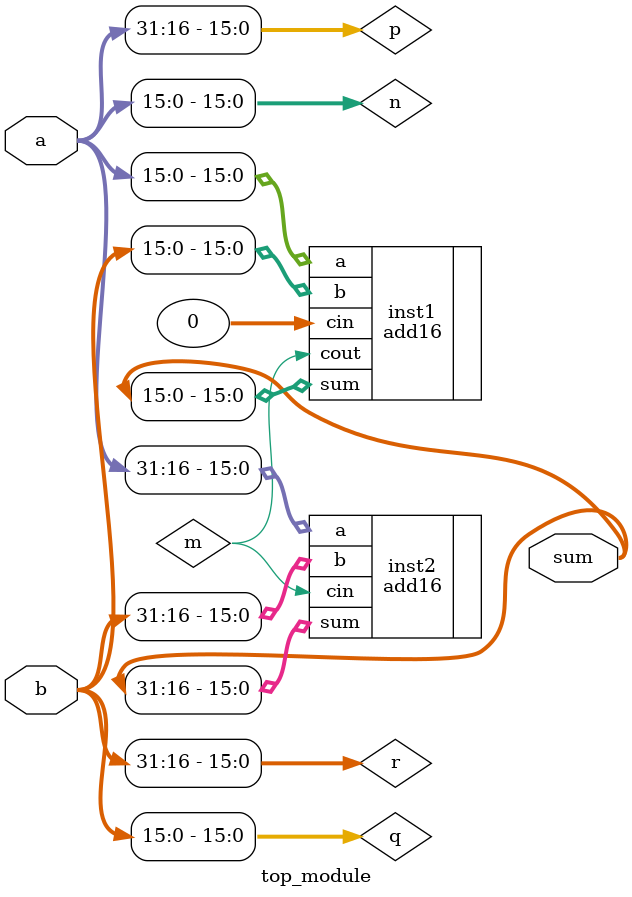
<source format=v>
module top_module(
    input [31:0] a,
    input [31:0] b,
    output [31:0] sum
);
    reg m;
    wire [15:0]n,p,q,r;
    
    assign n[15:0] = a[15:0];
    assign p[15:0] = a[31:16];
    assign q[15:0] = b[15:0];
    assign r[15:0] = b[31:16];
    
    add16 inst1(.cin(0), .a(n), .b(q), .cout(m), .sum(sum[15:0]));
    add16 inst2(.cin(m), .a(p), .b(r), .sum(sum[31:16]));

endmodule

</source>
